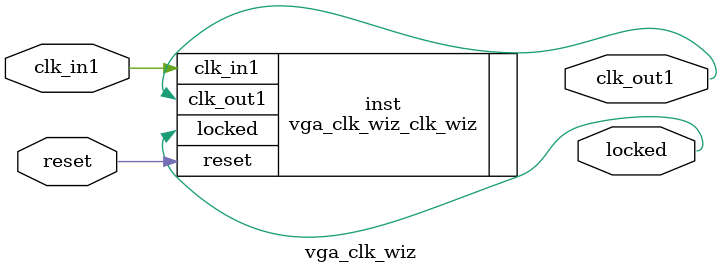
<source format=v>


`timescale 1ps/1ps

(* CORE_GENERATION_INFO = "vga_clk_wiz,clk_wiz_v6_0_6_0_0,{component_name=vga_clk_wiz,use_phase_alignment=true,use_min_o_jitter=false,use_max_i_jitter=false,use_dyn_phase_shift=false,use_inclk_switchover=false,use_dyn_reconfig=false,enable_axi=0,feedback_source=FDBK_AUTO,PRIMITIVE=MMCM,num_out_clk=1,clkin1_period=10.000,clkin2_period=10.000,use_power_down=false,use_reset=true,use_locked=true,use_inclk_stopped=false,feedback_type=SINGLE,CLOCK_MGR_TYPE=NA,manual_override=false}" *)

module vga_clk_wiz 
 (
  // Clock out ports
  output        clk_out1,
  // Status and control signals
  input         reset,
  output        locked,
 // Clock in ports
  input         clk_in1
 );

  vga_clk_wiz_clk_wiz inst
  (
  // Clock out ports  
  .clk_out1(clk_out1),
  // Status and control signals               
  .reset(reset), 
  .locked(locked),
 // Clock in ports
  .clk_in1(clk_in1)
  );

endmodule

</source>
